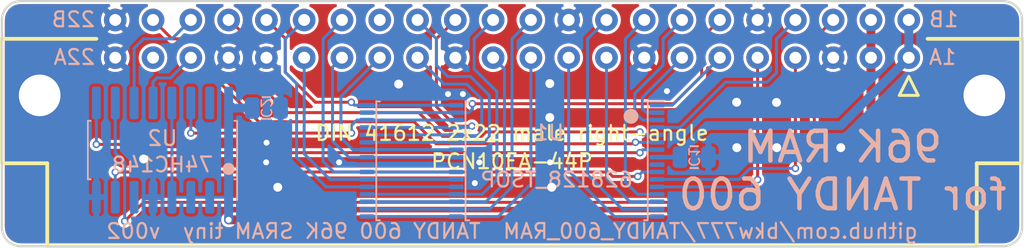
<source format=kicad_pcb>
(kicad_pcb (version 20211014) (generator pcbnew)
  (title_block (title "TANDY 600 96K SRAM tiny") (date "2022-09-19") (rev "002") (company "Brian K. White - b.kenyon.w@gmail.com") (comment 1 "LICENSE: CC-BY-SA 4.0") (comment 2 "github.com/bkw777/TANDY_600_RAM"))
  (layers (0 "F.Cu" signal) (31 "B.Cu" signal) (34 "B.Paste" user) (35 "F.Paste" user) (36 "B.SilkS" user "B.Silkscreen") (37 "F.SilkS" user "F.Silkscreen") (38 "B.Mask" user) (39 "F.Mask" user) (44 "Edge.Cuts" user))
  (net 0 "")
  (net 1 "GND")
  (net 2 "VMEM")
  (net 3 "VCC")
  (net 4 "/A14")
  (net 5 "/A13")
  (net 6 "/A12")
  (net 7 "/A11")
  (net 8 "/A10")
  (net 9 "/A9")
  (net 10 "/A8")
  (net 11 "/A7")
  (net 12 "/A6")
  (net 13 "/A5")
  (net 14 "/A4")
  (net 15 "/A3")
  (net 16 "/A2")
  (net 17 "/A1")
  (net 18 "/A0")
  (net 19 "/D7")
  (net 20 "/D6")
  (net 21 "/D5")
  (net 22 "/D4")
  (net 23 "/D3")
  (net 24 "/D2")
  (net 25 "/D1")
  (net 26 "/D0")
  (net 27 "/~{OE}")
  (net 28 "/~{WE}")
  (net 29 "/CS2")
  (net 30 "/A15")
  (net 31 "/A16")
  (net 32 "/~{CS1}")
  (net 33 "/~{CS1_B}")
  (net 34 "/~{CS1_C}")
  (net 35 "/~{CS1_A}")
  (footprint "000_LOCAL:DIN 41612 2x22 male right-angle" (layer "F.Cu") (at 146.05 97.155)
    (fp_text reference "J1" hide)
    (fp_text value "DIN 41612 2x22 male right-angle" (at 0 6.35) (layer "F.SilkS"))
    (fp_line (start 34.29 8.382) (end 31.242 8.382) (layer "F.SilkS") (width 0.254))
    (fp_line (start -31.242 8.382) (end -34.29 8.382) (layer "F.SilkS") (width 0.254))
    (fp_line (start 34.29 0) (end 34.29 8.382) (layer "F.SilkS") (width 0.254))
    (fp_line (start -31.242 13.97) (end -31.242 8.382) (layer "F.SilkS") (width 0.254))
    (fp_line (start 31.242 13.97) (end 31.242 8.382) (layer "F.SilkS") (width 0.254))
    (fp_line (start -34.29 0) (end -34.29 8.382) (layer "F.SilkS") (width 0.254))
    (fp_line (start 27.305 3.81) (end 26.67 2.54) (layer "F.SilkS") (width 0.2))
    (fp_line (start 31.242 13.97) (end -31.242 13.97) (layer "F.SilkS") (width 0.254))
    (fp_line (start 26.67 2.54) (end 26.035 3.81) (layer "F.SilkS") (width 0.2))
    (fp_line (start -27.94 0) (end -34.29 0) (layer "F.SilkS") (width 0.254))
    (fp_line (start 27.94 0) (end 34.29 0) (layer "F.SilkS") (width 0.254))
    (fp_line (start 26.035 3.81) (end 27.305 3.81) (layer "F.SilkS") (width 0.2))
    (pad "1A" thru_hole circle (at 26.67 1.27) (size 1.524 1.524) (drill 0.8) (layers *.Cu *.Mask) (net 2 "VMEM"))
    (pad "1B" thru_hole circle (at 26.67 -1.27) (size 1.524 1.524) (drill 0.8) (layers *.Cu *.Mask) (net 2 "VMEM"))
    (pad "2A" thru_hole circle (at 24.13 1.27) (size 1.524 1.524) (drill 0.8) (layers *.Cu *.Mask) (net 3 "VCC"))
    (pad "2B" thru_hole circle (at 24.13 -1.27) (size 1.524 1.524) (drill 0.8) (layers *.Cu *.Mask) (net 3 "VCC"))
    (pad "3A" thru_hole circle (at 21.59 1.27) (size 1.524 1.524) (drill 0.8) (layers *.Cu *.Mask) (net 1 "GND"))
    (pad "3B" thru_hole circle (at 21.59 -1.27) (size 1.524 1.524) (drill 0.8) (layers *.Cu *.Mask) (net 35 "/~{CS1_A}"))
    (pad "4A" thru_hole circle (at 19.05 1.27) (size 1.524 1.524) (drill 0.8) (layers *.Cu *.Mask) (net 4 "/A14"))
    (pad "4B" thru_hole circle (at 19.05 -1.27) (size 1.524 1.524) (drill 0.8) (layers *.Cu *.Mask) (net 5 "/A13"))
    (pad "5A" thru_hole circle (at 16.51 1.27) (size 1.524 1.524) (drill 0.8) (layers *.Cu *.Mask) (net 6 "/A12"))
    (pad "5B" thru_hole circle (at 16.51 -1.27) (size 1.524 1.524) (drill 0.8) (layers *.Cu *.Mask) (net 1 "GND"))
    (pad "6A" thru_hole circle (at 13.97 1.27) (size 1.524 1.524) (drill 0.8) (layers *.Cu *.Mask) (net 7 "/A11"))
    (pad "6B" thru_hole circle (at 13.97 -1.27) (size 1.524 1.524) (drill 0.8) (layers *.Cu *.Mask) (net 8 "/A10"))
    (pad "7A" thru_hole circle (at 11.43 1.27) (size 1.524 1.524) (drill 0.8) (layers *.Cu *.Mask) (net 9 "/A9"))
    (pad "7B" thru_hole circle (at 11.43 -1.27) (size 1.524 1.524) (drill 0.8) (layers *.Cu *.Mask) (net 10 "/A8"))
    (pad "8A" thru_hole circle (at 8.89 1.27) (size 1.524 1.524) (drill 0.8) (layers *.Cu *.Mask) (net 1 "GND"))
    (pad "8B" thru_hole circle (at 8.89 -1.27) (size 1.524 1.524) (drill 0.8) (layers *.Cu *.Mask) (net 11 "/A7"))
    (pad "9A" thru_hole circle (at 6.35 1.27) (size 1.524 1.524) (drill 0.8) (layers *.Cu *.Mask) (net 12 "/A6"))
    (pad "9B" thru_hole circle (at 6.35 -1.27) (size 1.524 1.524) (drill 0.8) (layers *.Cu *.Mask) (net 13 "/A5"))
    (pad "10A" thru_hole circle (at 3.81 1.27) (size 1.524 1.524) (drill 0.8) (layers *.Cu *.Mask) (net 14 "/A4"))
    (pad "10B" thru_hole circle (at 3.81 -1.27) (size 1.524 1.524) (drill 0.8) (layers *.Cu *.Mask) (net 1 "GND"))
    (pad "11A" thru_hole circle (at 1.27 1.27) (size 1.524 1.524) (drill 0.8) (layers *.Cu *.Mask) (net 15 "/A3"))
    (pad "11B" thru_hole circle (at 1.27 -1.27) (size 1.524 1.524) (drill 0.8) (layers *.Cu *.Mask) (net 16 "/A2"))
    (pad "12A" thru_hole circle (at -1.27 1.27) (size 1.524 1.524) (drill 0.8) (layers *.Cu *.Mask) (net 17 "/A1"))
    (pad "12B" thru_hole circle (at -1.27 -1.27) (size 1.524 1.524) (drill 0.8) (layers *.Cu *.Mask) (net 18 "/A0"))
    (pad "13A" thru_hole circle (at -3.81 1.27) (size 1.524 1.524) (drill 0.8) (layers *.Cu *.Mask) (net 1 "GND"))
    (pad "13B" thru_hole circle (at -3.81 -1.27) (size 1.524 1.524) (drill 0.8) (layers *.Cu *.Mask) (net 19 "/D7"))
    (pad "14A" thru_hole circle (at -6.35 1.27) (size 1.524 1.524) (drill 0.8) (layers *.Cu *.Mask) (net 20 "/D6"))
    (pad "14B" thru_hole circle (at -6.35 -1.27) (size 1.524 1.524) (drill 0.8) (layers *.Cu *.Mask) (net 21 "/D5"))
    (pad "15A" thru_hole circle (at -8.89 1.27) (size 1.524 1.524) (drill 0.8) (layers *.Cu *.Mask) (net 22 "/D4"))
    (pad "15B" thru_hole circle (at -8.89 -1.27) (size 1.524 1.524) (drill 0.8) (layers *.Cu *.Mask))
    (pad "16A" thru_hole circle (at -11.43 1.27) (size 1.524 1.524) (drill 0.8) (layers *.Cu *.Mask) (net 23 "/D3"))
    (pad "16B" thru_hole circle (at -11.43 -1.27) (size 1.524 1.524) (drill 0.8) (layers *.Cu *.Mask) (net 24 "/D2"))
    (pad "17A" thru_hole circle (at -13.97 1.27) (size 1.524 1.524) (drill 0.8) (layers *.Cu *.Mask) (net 25 "/D1"))
    (pad "17B" thru_hole circle (at -13.97 -1.27) (size 1.524 1.524) (drill 0.8) (layers *.Cu *.Mask) (net 26 "/D0"))
    (pad "18A" thru_hole circle (at -16.51 1.27) (size 1.524 1.524) (drill 0.8) (layers *.Cu *.Mask) (net 1 "GND"))
    (pad "18B" thru_hole circle (at -16.51 -1.27) (size 1.524 1.524) (drill 0.8) (layers *.Cu *.Mask) (net 27 "/~{OE}"))
    (pad "19A" thru_hole circle (at -19.05 1.27) (size 1.524 1.524) (drill 0.8) (layers *.Cu *.Mask) (net 1 "GND"))
    (pad "19B" thru_hole circle (at -19.05 -1.27) (size 1.524 1.524) (drill 0.8) (layers *.Cu *.Mask) (net 28 "/~{WE}"))
    (pad "20A" thru_hole circle (at -21.59 1.27) (size 1.524 1.524) (drill 0.8) (layers *.Cu *.Mask) (net 34 "/~{CS1_C}"))
    (pad "20B" thru_hole circle (at -21.59 -1.27) (size 1.524 1.524) (drill 0.8) (layers *.Cu *.Mask) (net 33 "/~{CS1_B}"))
    (pad "21A" thru_hole circle (at -24.13 1.27) (size 1.524 1.524) (drill 0.8) (layers *.Cu *.Mask))
    (pad "21B" thru_hole circle (at -24.13 -1.27) (size 1.524 1.524) (drill 0.8) (layers *.Cu *.Mask) (net 29 "/CS2"))
    (pad "22A" thru_hole circle (at -26.67 1.27) (size 1.524 1.524) (drill 0.8) (layers *.Cu *.Mask) (net 1 "GND"))
    (pad "22B" thru_hole circle (at -26.67 -1.27) (size 1.524 1.524) (drill 0.8) (layers *.Cu *.Mask) (net 1 "GND"))
    (pad "S1" thru_hole oval (at 31.75 3.81) (size 2.999999 4.500001) (drill 2.799999) (layers *.Cu *.Mask) (net 1 "GND"))
    (pad "S2" thru_hole oval (at -31.75 3.81) (size 2.999999 4.500001) (drill 2.799999) (layers *.Cu *.Mask) (net 1 "GND"))
  )
  (footprint "000_LOCAL:TSOP32-dual" (layer "B.Cu") (at 146.05 105.375 180)
    (fp_text reference "U1" (at -2.492 1.905) (layer "B.SilkS") (effects (justify mirror)))
    (fp_text value "628128_TSOP" (at -3 -1.27) (layer "B.SilkS") (effects (justify mirror)))
    (fp_line (start 3.125 -4) (end 2.875 -4) (layer "B.SilkS") (width 0.12))
    (fp_line (start -10.2 4) (end -8.875 4) (layer "B.SilkS") (width 0.12))
    (fp_line (start 3.125 4) (end 2.875 4) (layer "B.SilkS") (width 0.12))
    (fp_line (start 3.125 -4) (end 3.125 4) (layer "B.SilkS") (width 0.12))
    (fp_line (start 9.125 -4) (end 9.125 4) (layer "B.SilkS") (width 0.12))
    (fp_line (start 9.125 -4) (end 8.875 -4) (layer "B.SilkS") (width 0.12))
    (fp_line (start 9.125 4) (end 8.875 4) (layer "B.SilkS") (width 0.12))
    (fp_line (start -9.125 4) (end -9.125 -4) (layer "B.SilkS") (width 0.12))
    (fp_line (start -9.125 -4) (end -8.875 -4) (layer "B.SilkS") (width 0.12))
    (fp_circle (center -8 3) (end -8 2.75) (layer "B.SilkS") (width 0.5) (fill none))
    (pad "1" smd roundrect (at -9.75 3.75 270) (size 0.3 1) (layers "B.Cu" "B.Paste" "B.Mask") (net 7 "/A11"))
    (pad "2" smd roundrect (at -9.75 3.25 270) (size 0.3 1) (layers "B.Cu" "B.Paste" "B.Mask") (net 9 "/A9"))
    (pad "3" smd roundrect (at -9.75 2.75 270) (size 0.3 1) (layers "B.Cu" "B.Paste" "B.Mask") (net 10 "/A8"))
    (pad "4" smd roundrect (at -9.75 2.25 270) (size 0.3 1) (layers "B.Cu" "B.Paste" "B.Mask") (net 5 "/A13"))
    (pad "5" smd roundrect (at -9.75 1.75 270) (size 0.3 1) (layers "B.Cu" "B.Paste" "B.Mask") (net 28 "/~{WE}"))
    (pad "6" smd roundrect (at -9.75 1.25 270) (size 0.3 1) (layers "B.Cu" "B.Paste" "B.Mask") (net 29 "/CS2"))
    (pad "7" smd roundrect (at -9.75 0.75 270) (size 0.3 1) (layers "B.Cu" "B.Paste" "B.Mask") (net 30 "/A15"))
    (pad "8" smd roundrect (at -9.75 0.25 270) (size 0.3 1) (layers "B.Cu" "B.Paste" "B.Mask") (net 2 "VMEM"))
    (pad "9" smd roundrect (at -9.75 -0.25 270) (size 0.3 1) (layers "B.Cu" "B.Paste" "B.Mask"))
    (pad "10" smd roundrect (at -9.75 -0.75 270) (size 0.3 1) (layers "B.Cu" "B.Paste" "B.Mask") (net 31 "/A16"))
    (pad "11" smd roundrect (at -9.75 -1.25 270) (size 0.3 1) (layers "B.Cu" "B.Paste" "B.Mask") (net 4 "/A14"))
    (pad "12" smd roundrect (at -9.75 -1.75 270) (size 0.3 1) (layers "B.Cu" "B.Paste" "B.Mask") (net 6 "/A12"))
    (pad "13" smd roundrect (at -9.75 -2.25 270) (size 0.3 1) (layers "B.Cu" "B.Paste" "B.Mask") (net 11 "/A7"))
    (pad "14" smd roundrect (at -9.75 -2.75 270) (size 0.3 1) (layers "B.Cu" "B.Paste" "B.Mask") (net 12 "/A6"))
    (pad "15" smd roundrect (at -9.75 -3.25 270) (size 0.3 1) (layers "B.Cu" "B.Paste" "B.Mask") (net 13 "/A5"))
    (pad "16" smd roundrect (at -9.75 -3.75 270) (size 0.3 1) (layers "B.Cu" "B.Paste" "B.Mask") (net 14 "/A4"))
    (pad "17" smd roundrect (at 9.75 -3.75 270) (size 0.3 1) (layers "B.Cu" "B.Paste" "B.Mask") (net 15 "/A3"))
    (pad "17" smd roundrect (at 3.75 -3.75 270) (size 0.3 1) (layers "B.Cu" "B.Paste" "B.Mask") (net 15 "/A3"))
    (pad "18" smd roundrect (at 3.75 -3.25 270) (size 0.3 1) (layers "B.Cu" "B.Paste" "B.Mask") (net 16 "/A2"))
    (pad "18" smd roundrect (at 9.75 -3.25 270) (size 0.3 1) (layers "B.Cu" "B.Paste" "B.Mask") (net 16 "/A2"))
    (pad "19" smd roundrect (at 3.75 -2.75 270) (size 0.3 1) (layers "B.Cu" "B.Paste" "B.Mask") (net 17 "/A1"))
    (pad "19" smd roundrect (at 9.75 -2.75 270) (size 0.3 1) (layers "B.Cu" "B.Paste" "B.Mask") (net 17 "/A1"))
    (pad "20" smd roundrect (at 3.75 -2.25 270) (size 0.3 1) (layers "B.Cu" "B.Paste" "B.Mask") (net 18 "/A0"))
    (pad "20" smd roundrect (at 9.75 -2.25 270) (size 0.3 1) (layers "B.Cu" "B.Paste" "B.Mask") (net 18 "/A0"))
    (pad "21" smd roundrect (at 3.75 -1.75 270) (size 0.3 1) (layers "B.Cu" "B.Paste" "B.Mask") (net 26 "/D0"))
    (pad "21" smd roundrect (at 9.75 -1.75 270) (size 0.3 1) (layers "B.Cu" "B.Paste" "B.Mask") (net 26 "/D0"))
    (pad "22" smd roundrect (at 9.75 -1.25 270) (size 0.3 1) (layers "B.Cu" "B.Paste" "B.Mask") (net 25 "/D1"))
    (pad "22" smd roundrect (at 3.75 -1.25 270) (size 0.3 1) (layers "B.Cu" "B.Paste" "B.Mask") (net 25 "/D1"))
    (pad "23" smd roundrect (at 9.75 -0.75 270) (size 0.3 1) (layers "B.Cu" "B.Paste" "B.Mask") (net 24 "/D2"))
    (pad "23" smd roundrect (at 3.75 -0.75 270) (size 0.3 1) (layers "B.Cu" "B.Paste" "B.Mask") (net 24 "/D2"))
    (pad "24" smd roundrect (at 3.75 -0.25 270) (size 0.3 1) (layers "B.Cu" "B.Paste" "B.Mask") (net 1 "GND"))
    (pad "24" smd roundrect (at 9.75 -0.25 270) (size 0.3 1) (layers "B.Cu" "B.Paste" "B.Mask") (net 1 "GND"))
    (pad "25" smd roundrect (at 3.75 0.25 270) (size 0.3 1) (layers "B.Cu" "B.Paste" "B.Mask") (net 23 "/D3"))
    (pad "25" smd roundrect (at 9.75 0.25 270) (size 0.3 1) (layers "B.Cu" "B.Paste" "B.Mask") (net 23 "/D3"))
    (pad "26" smd roundrect (at 9.75 0.75 270) (size 0.3 1) (layers "B.Cu" "B.Paste" "B.Mask") (net 22 "/D4"))
    (pad "26" smd roundrect (at 3.75 0.75 270) (size 0.3 1) (layers "B.Cu" "B.Paste" "B.Mask") (net 22 "/D4"))
    (pad "27" smd roundrect (at 3.75 1.25 270) (size 0.3 1) (layers "B.Cu" "B.Paste" "B.Mask") (net 21 "/D5"))
    (pad "27" smd roundrect (at 9.75 1.25 270) (size 0.3 1) (layers "B.Cu" "B.Paste" "B.Mask") (net 21 "/D5"))
    (pad "28" smd roundrect (at 9.75 1.75 270) (size 0.3 1) (layers "B.Cu" "B.Paste" "B.Mask") (net 20 "/D6"))
    (pad "28" smd roundrect (at 3.75 1.75 270) (size 0.3 1) (layers "B.Cu" "B.Paste" "B.Mask") (net 20 "/D6"))
    (pad "29" smd roundrect (at 9.75 2.25 270) (size 0.3 1) (layers "B.Cu" "B.Paste" "B.Mask") (net 19 "/D7"))
    (pad "29" smd roundrect (at 3.75 2.25 270) (size 0.3 1) (layers "B.Cu" "B.Paste" "B.Mask") (net 19 "/D7"))
    (pad "30" smd roundrect (at 9.75 2.75 270) (size 0.3 1) (layers "B.Cu" "B.Paste" "B.Mask") (net 32 "/~{CS1}"))
    (pad "30" smd roundrect (at 3.75 2.75 270) (size 0.3 1) (layers "B.Cu" "B.Paste" "B.Mask") (net 32 "/~{CS1}"))
    (pad "31" smd roundrect (at 9.75 3.25 270) (size 0.3 1) (layers "B.Cu" "B.Paste" "B.Mask") (net 8 "/A10"))
    (pad "31" smd roundrect (at 3.75 3.25 270) (size 0.3 1) (layers "B.Cu" "B.Paste" "B.Mask") (net 8 "/A10"))
    (pad "32" smd roundrect (at 9.75 3.75 270) (size 0.3 1) (layers "B.Cu" "B.Paste" "B.Mask") (net 27 "/~{OE}"))
    (pad "32" smd roundrect (at 3.75 3.75 270) (size 0.3 1) (layers "B.Cu" "B.Paste" "B.Mask") (net 27 "/~{OE}"))
  )
  (footprint "000_LOCAL:SOIC-SOP-16" (layer "B.Cu") (at 122.555 104.648 90)
    (fp_text reference "U2" (at 0.797 0 180) (layer "B.SilkS") (effects (justify mirror)))
    (fp_text value "74HC148" (at -0.981 0 180) (layer "B.SilkS") (effects (justify mirror)))
    (fp_line (start 1.9685 -5.0165) (end 1.9685 -4.826) (layer "B.SilkS") (width 0.12))
    (fp_line (start 1.9685 4.826) (end 1.9685 5.0165) (layer "B.SilkS") (width 0.12))
    (fp_line (start -3.3655 5.0165) (end 1.9685 5.0165) (layer "B.SilkS") (width 0.12))
    (fp_line (start -1.9685 -5.0165) (end 1.9685 -5.0165) (layer "B.SilkS") (width 0.12))
    (fp_line (start -1.9685 4.826) (end -1.9685 5.0165) (layer "B.SilkS") (width 0.12))
    (fp_line (start -1.9685 -4.826) (end -1.9685 -5.0165) (layer "B.SilkS") (width 0.12))
    (fp_circle (center -1.27 4.445) (end -1.0668 4.445) (layer "B.SilkS") (width 0.4064) (fill none))
    (pad "1" smd roundrect locked (at -3.175 4.445 90) (size 2.2 0.6) (layers "B.Cu" "B.Paste" "B.Mask") (net 3 "VCC"))
    (pad "2" smd roundrect locked (at -3.1735 3.175 90) (size 2.2 0.6) (layers "B.Cu" "B.Paste" "B.Mask") (net 3 "VCC"))
    (pad "3" smd roundrect locked (at -3.1735 1.905 90) (size 2.2 0.6) (layers "B.Cu" "B.Paste" "B.Mask") (net 3 "VCC"))
    (pad "4" smd roundrect locked (at -3.1735 0.635 90) (size 2.2 0.6) (layers "B.Cu" "B.Paste" "B.Mask") (net 3 "VCC"))
    (pad "5" smd roundrect locked (at -3.1735 -0.635 90) (size 2.2 0.6) (layers "B.Cu" "B.Paste" "B.Mask") (net 1 "GND"))
    (pad "6" smd roundrect locked (at -3.1735 -1.905 90) (size 2.2 0.6) (layers "B.Cu" "B.Paste" "B.Mask"))
    (pad "7" smd roundrect locked (at -3.1735 -3.175 90) (size 2.2 0.6) (layers "B.Cu" "B.Paste" "B.Mask") (net 31 "/A16"))
    (pad "8" smd roundrect locked (at -3.1735 -4.445 90) (size 2.2 0.6) (layers "B.Cu" "B.Paste" "B.Mask") (net 1 "GND"))
    (pad "9" smd roundrect locked (at 3.1735 -4.445 90) (size 2.2 0.6) (layers "B.Cu" "B.Paste" "B.Mask") (net 30 "/A15"))
    (pad "10" smd roundrect locked (at 3.1735 -3.175 90) (size 2.2 0.6) (layers "B.Cu" "B.Paste" "B.Mask") (net 35 "/~{CS1_A}"))
    (pad "11" smd roundrect locked (at 3.1735 -1.905 90) (size 2.2 0.6) (layers "B.Cu" "B.Paste" "B.Mask") (net 33 "/~{CS1_B}"))
    (pad "12" smd roundrect locked (at 3.1735 -0.635 90) (size 2.2 0.6) (layers "B.Cu" "B.Paste" "B.Mask") (net 34 "/~{CS1_C}"))
    (pad "13" smd roundrect locked (at 3.1735 0.635 90) (size 2.2 0.6) (layers "B.Cu" "B.Paste" "B.Mask") (net 3 "VCC"))
    (pad "14" smd roundrect locked (at 3.1735 1.905 90) (size 2.2 0.6) (layers "B.Cu" "B.Paste" "B.Mask") (net 32 "/~{CS1}"))
    (pad "15" smd roundrect locked (at 3.1735 3.175 90) (size 2.2 0.6) (layers "B.Cu" "B.Paste" "B.Mask"))
    (pad "16" smd roundrect locked (at 3.1735 4.445 90) (size 2.2 0.6) (layers "B.Cu" "B.Paste" "B.Mask") (net 3 "VCC"))
  )
  (footprint "000_LOCAL:C_0805" (layer "B.Cu") (at 158.3 105.125)
    (fp_text reference "C1" (at -0.0326 -0.0198 -90 unlocked) (layer "B.SilkS") (effects (font (size 0.7 0.7) (thickness 0.1)) (justify mirror)))
    (fp_text value "0.1uF")
    (fp_line (start -0.261252 0.735) (end 0.261252 0.735) (layer "B.SilkS") (width 0.12))
    (fp_line (start -0.261252 -0.735) (end 0.261252 -0.735) (layer "B.SilkS") (width 0.12))
    (pad "1" smd roundrect (at -0.95 0) (size 1 1.45) (layers "B.Cu" "B.Paste" "B.Mask") (net 2 "VMEM"))
    (pad "2" smd roundrect (at 0.95 0) (size 1 1.45) (layers "B.Cu" "B.Paste" "B.Mask") (net 1 "GND"))
  )
  (footprint "000_LOCAL:C_0805" (layer "B.Cu") (at 129.54 101.819)
    (fp_text reference "C2" (at -0.0254 0 270 unlocked) (layer "B.SilkS") (effects (font (size 0.7 0.7) (thickness 0.1)) (justify mirror)))
    (fp_text value "0.1uF")
    (fp_line (start -0.261252 -0.735) (end 0.261252 -0.735) (layer "B.SilkS") (width 0.12))
    (fp_line (start -0.261252 0.735) (end 0.261252 0.735) (layer "B.SilkS") (width 0.12))
    (pad "1" smd roundrect (at -0.95 0) (size 1 1.45) (layers "B.Cu" "B.Paste" "B.Mask") (net 3 "VCC"))
    (pad "2" smd roundrect (at 0.95 0) (size 1 1.45) (layers "B.Cu" "B.Paste" "B.Mask") (net 1 "GND"))
  )
  (gr_arc (start 179.07 94.615) (mid 179.968026 94.986974) (end 180.34 95.885) (layer "Edge.Cuts") (width 0.15))
  (gr_arc (start 111.76 95.885) (mid 112.131974 94.986974) (end 113.03 94.615) (layer "Edge.Cuts") (width 0.15))
  (gr_line (start 111.76 95.885) (end 111.76 109.855) (layer "Edge.Cuts") (width 0.15))
  (gr_arc (start 113.03 111.125) (mid 112.131974 110.753026) (end 111.76 109.855) (layer "Edge.Cuts") (width 0.15))
  (gr_arc (start 180.34 109.855) (mid 179.968026 110.753026) (end 179.07 111.125) (layer "Edge.Cuts") (width 0.15))
  (gr_line (start 113.03 94.615) (end 179.07 94.615) (layer "Edge.Cuts") (width 0.15))
  (gr_line (start 179.07 111.125) (end 113.03 111.125) (layer "Edge.Cuts") (width 0.15))
  (gr_line (start 180.34 95.885) (end 180.34 109.855) (layer "Edge.Cuts") (width 0.15))
  (gr_text "22B" (at 118.11 95.85) (layer "B.SilkS") (effects (font (size 1 1)) (justify left mirror)))
  (gr_text "22A" (at 118.11 98.39) (layer "B.SilkS") (effects (font (size 1 1)) (justify left mirror)))
  (gr_text "1A" (at 173.99 98.39) (layer "B.SilkS") (effects (font (size 1 1)) (justify right mirror)))
  (gr_text "1B" (at 173.99 95.85) (layer "B.SilkS") (effects (font (size 1 1)) (justify right mirror)))
  (gr_text "${COMMENT2}  ${TITLE}  v${REVISION}" (at 146.05 110.109) (layer "B.SilkS") (effects (font (size 1 1)) (justify mirror)))
  (gr_text "96K RAM\nfor TANDY 600" (at 168.275 106.045) (layer "B.SilkS") (effects (font (size 2 2) (thickness 0.3)) (justify mirror)))
  (gr_text "PCN10EA-44P" (at 146.05 105.41) (layer "F.SilkS") (effects (font (size 1 1))))
  (via (at 142.75 100.875) (size 0.6) (drill 0.4) (layers "F.Cu" "B.Cu") (net 1))
  (via (at 129.525 105.475) (size 0.6) (drill 0.4) (layers "F.Cu" "B.Cu") (net 1))
  (via (at 143.85 105.475) (size 0.6) (drill 0.4) (layers "F.Cu" "B.Cu") (net 1))
  (via (at 138.43 100.203) (size 1) (drill 0.6) (layers "F.Cu" "B.Cu") (net 1))
  (via (at 148.717 107.153) (size 1) (drill 0.6) (layers "F.Cu" "B.Cu") (net 1))
  (via (at 161.15 101.425) (size 1) (drill 0.6) (layers "F.Cu" "B.Cu") (net 1))
  (via (at 141.75 100.875) (size 0.6) (drill 0.4) (layers "F.Cu" "B.Cu") (net 1))
  (via (at 130.302 107.153) (size 1) (drill 0.6) (layers "F.Cu" "B.Cu") (net 1))
  (via (at 168.15 104.486) (size 1) (drill 0.6) (layers "F.Cu" "B.Cu") (net 1))
  (via (at 161.163 104.486) (size 1) (drill 0.6) (layers "F.Cu" "B.Cu") (net 1))
  (via (at 163.85 104.486) (size 1) (drill 0.6) (layers "F.Cu" "B.Cu") (net 1))
  (via (at 163.83 101.438) (size 1) (drill 0.6) (layers "F.Cu" "B.Cu") (net 1))
  (via (at 148.59 102.454) (size 1) (drill 0.6) (layers "F.Cu" "B.Cu") (net 1))
  (via (at 143.55 106.875) (size 0.6) (drill 0.4) (layers "F.Cu" "B.Cu") (net 1))
  (via (at 121.285 105.248) (size 1) (drill 0.6) (layers "F.Cu" "B.Cu") (net 1))
  (via (at 134.425 105.475) (size 0.6) (drill 0.4) (layers "F.Cu" "B.Cu") (net 1))
  (via (at 156.464 100.676) (size 0.6) (drill 0.4) (layers "F.Cu" "B.Cu") (net 1))
  (via (at 148.6 105.475) (size 0.6) (drill 0.4) (layers "F.Cu" "B.Cu") (net 1))
  (via (at 129.55 104.15) (size 0.6) (drill 0.4) (layers "F.Cu" "B.Cu") (net 1))
  (via (at 148.59 100.168) (size 1) (drill 0.6) (layers "F.Cu" "B.Cu") (net 1))
  (segment (start 157.35 104.825) (end 159.178 102.997) (width 0.6) (layer "B.Cu") (net 2))
  (segment (start 155.8 105.125) (end 157.35 105.125) (width 0.3) (layer "B.Cu") (net 2))
  (segment (start 159.178 102.997) (end 168.148 102.997) (width 0.6) (layer "B.Cu") (net 2))
  (segment (start 172.72 95.885) (end 172.72 98.425) (width 0.6) (layer "B.Cu") (net 2))
  (segment (start 168.148 102.997) (end 172.72 98.425) (width 0.6) (layer "B.Cu") (net 2))
  (segment (start 157.35 105.125) (end 157.35 104.825) (width 0.6) (layer "B.Cu") (net 2))
  (segment (start 170.18 106.68) (end 170.18 98.425) (width 0.6) (layer "F.Cu") (net 3))
  (segment (start 167.513 109.347) (end 170.18 106.68) (width 0.6) (layer "F.Cu") (net 3))
  (segment (start 127 109.347) (end 167.513 109.347) (width 0.6) (layer "F.Cu") (net 3))
  (segment (start 170.18 95.885) (end 170.18 98.425) (width 0.6) (layer "F.Cu") (net 3))
  (via (at 127 109.347) (size 0.6) (drill 0.4) (layers "F.Cu" "B.Cu") (net 3))
  (segment (start 126.9985 107.8215) (end 123.19 107.8215) (width 0.2) (layer "B.Cu") (net 3))
  (segment (start 127 101.819) (end 127 109.347) (width 0.6) (layer "B.Cu") (net 3))
  (segment (start 127 107.823) (end 126.9985 107.8215) (width 0.2) (layer "B.Cu") (net 3))
  (segment (start 128.59 101.819) (end 127 101.819) (width 0.6) (layer "B.Cu") (net 3))
  (segment (start 123.19 107.8215) (end 123.19 101.9825) (width 0.2) (layer "B.Cu") (net 3))
  (segment (start 165.1 105.883) (end 165.1 98.425) (width 0.2) (layer "F.Cu") (net 4))
  (via (at 165.1 105.883) (size 0.5) (drill 0.3) (layers "F.Cu" "B.Cu") (net 4))
  (segment (start 165.1 105.883) (end 162.052 105.883) (width 0.2) (layer "B.Cu") (net 4))
  (segment (start 161.31 106.625) (end 155.8 106.625) (width 0.2) (layer "B.Cu") (net 4))
  (segment (start 162.052 105.883) (end 161.31 106.625) (width 0.2) (layer "B.Cu") (net 4))
  (segment (start 155.8 103.125) (end 157.352 103.125) (width 0.2) (layer "B.Cu") (net 5))
  (segment (start 163.195 100.076) (end 163.83 99.441) (width 0.2) (layer "B.Cu") (net 5))
  (segment (start 157.352 103.125) (end 160.401 100.076) (width 0.2) (layer "B.Cu") (net 5))
  (segment (start 160.401 100.076) (end 163.195 100.076) (width 0.2) (layer "B.Cu") (net 5))
  (segment (start 163.83 99.441) (end 163.83 97.155) (width 0.2) (layer "B.Cu") (net 5))
  (segment (start 163.83 97.155) (end 165.1 95.885) (width 0.2) (layer "B.Cu") (net 5))
  (segment (start 162.56 106.645) (end 162.56 98.425) (width 0.2) (layer "F.Cu") (net 6))
  (via (at 162.56 106.645) (size 0.5) (drill 0.3) (layers "F.Cu" "B.Cu") (net 6))
  (segment (start 162.08 107.125) (end 155.8 107.125) (width 0.2) (layer "B.Cu") (net 6))
  (segment (start 162.56 106.645) (end 162.08 107.125) (width 0.2) (layer "B.Cu") (net 6))
  (segment (start 160.02 98.425) (end 156.82 101.625) (width 0.2) (layer "B.Cu") (net 7))
  (segment (start 156.82 101.625) (end 155.8 101.625) (width 0.2) (layer "B.Cu") (net 7))
  (segment (start 143.383 101.525) (end 156.92 101.525) (width 0.2) (layer "F.Cu") (net 8))
  (segment (start 156.92 101.525) (end 158.8 99.645) (width 0.2) (layer "F.Cu") (net 8))
  (segment (start 158.8 97.105) (end 160.02 95.885) (width 0.2) (layer "F.Cu") (net 8))
  (segment (start 158.8 99.645) (end 158.8 97.105) (width 0.2) (layer "F.Cu") (net 8))
  (via (at 143.383 101.525) (size 0.5) (drill 0.3) (layers "F.Cu" "B.Cu") (net 8))
  (segment (start 136.3 102.125) (end 142.3 102.125) (width 0.2) (layer "B.Cu") (net 8))
  (segment (start 143.15 102.125) (end 142.3 102.125) (width 0.2) (layer "B.Cu") (net 8))
  (segment (start 143.383 101.892) (end 143.15 102.125) (width 0.2) (layer "B.Cu") (net 8))
  (segment (start 143.383 101.525) (end 143.383 101.892) (width 0.2) (layer "B.Cu") (net 8))
  (segment (start 154.813 101.092) (end 154.813 101.854) (width 0.2) (layer "B.Cu") (net 9))
  (segment (start 157.48 98.425) (end 154.813 101.092) (width 0.2) (layer "B.Cu") (net 9))
  (segment (start 155.084 102.125) (end 155.8 102.125) (width 0.2) (layer "B.Cu") (net 9))
  (segment (start 154.813 101.854) (end 155.084 102.125) (width 0.2) (layer "B.Cu") (net 9))
  (segment (start 154.305 100.838) (end 156.21 98.933) (width 0.2) (layer "B.Cu") (net 10))
  (segment (start 154.305 102.108) (end 154.305 100.838) (width 0.2) (layer "B.Cu") (net 10))
  (segment (start 156.21 97.155) (end 157.48 95.885) (width 0.2) (layer "B.Cu") (net 10))
  (segment (start 155.8 102.625) (end 154.822 102.625) (width 0.2) (layer "B.Cu") (net 10))
  (segment (start 154.822 102.625) (end 154.305 102.108) (width 0.2) (layer "B.Cu") (net 10))
  (segment (start 156.21 98.933) (end 156.21 97.155) (width 0.2) (layer "B.Cu") (net 10))
  (segment (start 153.67 106.807) (end 153.67 97.155) (width 0.2) (layer "B.Cu") (net 11))
  (segment (start 154.488 107.625) (end 153.67 106.807) (width 0.2) (layer "B.Cu") (net 11))
  (segment (start 153.67 97.155) (end 154.94 95.885) (width 0.2) (layer "B.Cu") (net 11))
  (segment (start 155.8 107.625) (end 154.488 107.625) (width 0.2) (layer "B.Cu") (net 11))
  (segment (start 152.4 106.553) (end 153.972 108.125) (width 0.2) (layer "B.Cu") (net 12))
  (segment (start 152.4 98.425) (end 152.4 106.553) (width 0.2) (layer "B.Cu") (net 12))
  (segment (start 153.972 108.125) (end 155.8 108.125) (width 0.2) (layer "B.Cu") (net 12))
  (segment (start 155.8 108.625) (end 153.456 108.625) (width 0.2) (layer "B.Cu") (net 13))
  (segment (start 153.456 108.625) (end 151.13 106.299) (width 0.2) (layer "B.Cu") (net 13))
  (segment (start 151.13 106.299) (end 151.13 97.155) (width 0.2) (layer "B.Cu") (net 13))
  (segment (start 151.13 97.155) (end 152.4 95.885) (width 0.2) (layer "B.Cu") (net 13))
  (segment (start 149.86 98.425) (end 149.86 106.045) (width 0.2) (layer "B.Cu") (net 14))
  (segment (start 152.94 109.125) (end 155.8 109.125) (width 0.2) (layer "B.Cu") (net 14))
  (segment (start 149.86 106.045) (end 152.94 109.125) (width 0.2) (layer "B.Cu") (net 14))
  (segment (start 145.129 109.125) (end 142.3 109.125) (width 0.2) (layer "B.Cu") (net 15))
  (segment (start 136.3 109.125) (end 142.3 109.125) (width 0.2) (layer "B.Cu") (net 15))
  (segment (start 147.32 106.934) (end 145.129 109.125) (width 0.2) (layer "B.Cu") (net 15))
  (segment (start 147.32 98.425) (end 147.32 106.934) (width 0.2) (layer "B.Cu") (net 15))
  (segment (start 146.05 97.155) (end 147.32 95.885) (width 0.2) (layer "B.Cu") (net 16))
  (segment (start 142.3 108.625) (end 144.55 108.625) (width 0.2) (layer "B.Cu") (net 16))
  (segment (start 144.55 108.625) (end 146.05 107.125) (width 0.2) (layer "B.Cu") (net 16))
  (segment (start 146.05 107.125) (end 146.05 97.155) (width 0.2) (layer "B.Cu") (net 16))
  (segment (start 136.3 108.625) (end 142.3 108.625) (width 0.2) (layer "B.Cu") (net 16))
  (segment (start 145.542 99.187) (end 145.542 106.883) (width 0.2) (layer "B.Cu") (net 17))
  (segment (start 144.3 108.125) (end 142.3 108.125) (width 0.2) (layer "B.Cu") (net 17))
  (segment (start 136.3 108.125) (end 142.3 108.125) (width 0.2) (layer "B.Cu") (net 17))
  (segment (start 145.542 106.883) (end 144.3 108.125) (width 0.2) (layer "B.Cu") (net 17))
  (segment (start 144.78 98.425) (end 145.542 99.187) (width 0.2) (layer "B.Cu") (net 17))
  (segment (start 142.3 107.625) (end 144.05 107.625) (width 0.2) (layer "B.Cu") (net 18))
  (segment (start 143.51 97.155) (end 144.78 95.885) (width 0.2) (layer "B.Cu") (net 18))
  (segment (start 145.034 106.641) (end 145.034 100.711) (width 0.2) (layer "B.Cu") (net 18))
  (segment (start 144.05 107.625) (end 145.034 106.641) (width 0.2) (layer "B.Cu") (net 18))
  (segment (start 143.51 99.187) (end 143.51 97.155) (width 0.2) (layer "B.Cu") (net 18))
  (segment (start 145.034 100.711) (end 143.51 99.187) (width 0.2) (layer "B.Cu") (net 18))
  (segment (start 136.3 107.625) (end 142.3 107.625) (width 0.2) (layer "B.Cu") (net 18))
  (segment (start 143.35 103.035) (end 142.278 103.035) (width 0.2) (layer "F.Cu") (net 19))
  (segment (start 142.278 103.035) (end 140.97 101.727) (width 0.2) (layer "F.Cu") (net 19))
  (segment (start 140.97 101.727) (end 140.97 97.155) (width 0.2) (layer "F.Cu") (net 19))
  (segment (start 140.97 97.155) (end 142.24 95.885) (width 0.2) (layer "F.Cu") (net 19))
  (via (at 143.35 103.035) (size 0.5) (drill 0.3) (layers "F.Cu" "B.Cu") (net 19))
  (segment (start 136.3 103.125) (end 142.3 103.125) (width 0.2) (layer "B.Cu") (net 19))
  (segment (start 143.26 103.125) (end 142.3 103.125) (width 0.2) (layer "B.Cu") (net 19))
  (segment (start 143.35 103.035) (end 143.26 103.125) (width 0.2) (layer "B.Cu") (net 19))
  (segment (start 143.002 100.203) (end 144.018 101.219) (width 0.2) (layer "B.Cu") (net 20))
  (segment (start 143.721 103.675) (end 142.35 103.675) (width 0.2) (layer "B.Cu") (net 20))
  (segment (start 141.478 100.203) (end 143.002 100.203) (width 0.2) (layer "B.Cu") (net 20))
  (segment (start 139.7 98.425) (end 141.478 100.203) (width 0.2) (layer "B.Cu") (net 20))
  (segment (start 144.018 101.219) (end 144.018 103.378) (width 0.2) (layer "B.Cu") (net 20))
  (segment (start 136.3 103.625) (end 142.3 103.625) (width 0.2) (layer "B.Cu") (net 20))
  (segment (start 144.018 103.378) (end 143.721 103.675) (width 0.2) (layer "B.Cu") (net 20))
  (segment (start 142.35 103.675) (end 142.3 103.625) (width 0.2) (layer "B.Cu") (net 20))
  (segment (start 144.526 100.965) (end 143.256 99.695) (width 0.2) (layer "B.Cu") (net 21))
  (segment (start 136.3 104.125) (end 142.3 104.125) (width 0.2) (layer "B.Cu") (net 21))
  (segment (start 144.526 103.759) (end 144.526 100.965) (width 0.2) (layer "B.Cu") (net 21))
  (segment (start 143.256 99.695) (end 141.732 99.695) (width 0.2) (layer "B.Cu") (net 21))
  (segment (start 142.3 104.125) (end 144.16 104.125) (width 0.2) (layer "B.Cu") (net 21))
  (segment (start 140.97 97.155) (end 139.7 95.885) (width 0.2) (layer "B.Cu") (net 21))
  (segment (start 144.16 104.125) (end 144.526 103.759) (width 0.2) (layer "B.Cu") (net 21))
  (segment (start 141.732 99.695) (end 140.97 98.933) (width 0.2) (layer "B.Cu") (net 21))
  (segment (start 140.97 98.933) (end 140.97 97.155) (width 0.2) (layer "B.Cu") (net 21))
  (segment (start 137.16 98.425) (end 134.55 101.035) (width 0.2) (layer "B.Cu") (net 22))
  (segment (start 135.359 104.625) (end 136.3 104.625) (width 0.2) (layer "B.Cu") (net 22))
  (segment (start 134.55 101.035) (end 134.55 103.816) (width 0.2) (layer "B.Cu") (net 22))
  (segment (start 134.55 103.816) (end 135.359 104.625) (width 0.2) (layer "B.Cu") (net 22))
  (segment (start 136.3 104.625) (end 142.3 104.625) (width 0.2) (layer "B.Cu") (net 22))
  (segment (start 136.3 105.125) (end 142.3 105.125) (width 0.2) (layer "B.Cu") (net 23))
  (segment (start 133.985 104.0385) (end 135.0715 105.125) (width 0.2) (layer "B.Cu") (net 23))
  (segment (start 134.62 98.425) (end 133.985 99.06) (width 0.2) (layer "B.Cu") (net 23))
  (segment (start 133.985 99.06) (end 133.985 104.0385) (width 0.2) (layer "B.Cu") (net 23))
  (segment (start 135.0715 105.125) (end 136.3 105.125) (width 0.2) (layer "B.Cu") (net 23))
  (segment (start 136.3 106.125) (end 134.065 106.125) (width 0.2) (layer "B.Cu") (net 24))
  (segment (start 136.3 106.125) (end 142.3 106.125) (width 0.2) (layer "B.Cu") (net 24))
  (segment (start 133.35 105.41) (end 133.35 97.155) (width 0.2) (layer "B.Cu") (net 24))
  (segment (start 133.35 97.155) (end 134.62 95.885) (width 0.2) (layer "B.Cu") (net 24))
  (segment (start 134.065 106.125) (end 133.35 105.41) (width 0.2) (layer "B.Cu") (net 24))
  (segment (start 136.3 106.625) (end 142.3 106.625) (width 0.2) (layer "B.Cu") (net 25))
  (segment (start 132.08 98.425) (end 132.08 104.902) (width 0.2) (layer "B.Cu") (net 25))
  (segment (start 132.08 104.902) (end 133.803 106.625) (width 0.2) (layer "B.Cu") (net 25))
  (segment (start 133.803 106.625) (end 136.3 106.625) (width 0.2) (layer "B.Cu") (net 25))
  (segment (start 136.3 107.125) (end 142.3 107.125) (width 0.2) (layer "B.Cu") (net 26))
  (segment (start 130.81 97.155) (end 132.08 95.885) (width 0.2) (layer "B.Cu") (net 26))
  (segment (start 136.3 107.125) (end 133.541 107.125) (width 0.2) (layer "B.Cu") (net 26))
  (segment (start 130.81 99.406) (end 130.81 97.155) (width 0.2) (layer "B.Cu") (net 26))
  (segment (start 131.572 100.168) (end 130.81 99.406) (width 0.2) (layer "B.Cu") (net 26))
  (segment (start 133.541 107.125) (end 131.572 105.156) (width 0.2) (layer "B.Cu") (net 26))
  (segment (start 131.572 105.156) (end 131.572 100.168) (width 0.2) (layer "B.Cu") (net 26))
  (segment (start 129.56 95.885) (end 129.54 95.885) (width 0.2) (layer "F.Cu") (net 27))
  (segment (start 135.25 101.425) (end 132.829 101.425) (width 0.2) (layer "F.Cu") (net 27))
  (segment (start 130.81 99.406) (end 130.81 97.135) (width 0.2) (layer "F.Cu") (net 27))
  (segment (start 130.81 97.135) (end 129.56 95.885) (width 0.2) (layer "F.Cu") (net 27))
  (segment (start 132.829 101.425) (end 130.81 99.406) (width 0.2) (layer "F.Cu") (net 27))
  (via (at 135.25 101.425) (size 0.5) (drill 0.3) (layers "F.Cu" "B.Cu") (net 27))
  (segment (start 135.45 101.625) (end 136.3 101.625) (width 0.2) (layer "B.Cu") (net 27))
  (segment (start 135.25 101.425) (end 135.45 101.625) (width 0.2) (layer "B.Cu") (net 27))
  (segment (start 136.3 101.625) (end 142.3 101.625) (width 0.2) (layer "B.Cu") (net 27))
  (segment (start 127.06 95.885) (end 127 95.885) (width 0.2) (layer "F.Cu") (net 28))
  (segment (start 139.783 102.125) (end 130.954 102.125) (width 0.2) (layer "F.Cu") (net 28))
  (segment (start 154.65 103.425) (end 144.3 103.425) (width 0.2) (layer "F.Cu") (net 28))
  (segment (start 128.3 97.125) (end 127.06 95.885) (width 0.2) (layer "F.Cu") (net 28))
  (segment (start 144 103.725) (end 141.383 103.725) (width 0.2) (layer "F.Cu") (net 28))
  (segment (start 141.383 103.725) (end 139.783 102.125) (width 0.2) (layer "F.Cu") (net 28))
  (segment (start 130.954 102.125) (end 128.3 99.471) (width 0.2) (layer "F.Cu") (net 28))
  (segment (start 128.3 99.471) (end 128.3 97.125) (width 0.2) (layer "F.Cu") (net 28))
  (segment (start 144.3 103.425) (end 144 103.725) (width 0.2) (layer "F.Cu") (net 28))
  (via (at 154.65 103.425) (size 0.5) (drill 0.3) (layers "F.Cu" "B.Cu") (net 28))
  (segment (start 154.85 103.625) (end 155.8 103.625) (width 0.2) (layer "B.Cu") (net 28))
  (segment (start 154.65 103.425) (end 154.85 103.625) (width 0.2) (layer "B.Cu") (net 28))
  (segment (start 139.468 102.743) (end 140.95 104.225) (width 0.2) (layer "F.Cu") (net 29))
  (segment (start 123.19 97.155) (end 125.095 97.155) (width 0.2) (layer "F.Cu") (net 29))
  (segment (start 125.73 97.79) (end 125.73 99.441) (width 0.2) (layer "F.Cu") (net 29))
  (segment (start 121.92 95.885) (end 123.19 97.155) (width 0.2) (layer "F.Cu") (net 29))
  (segment (start 129.032 102.743) (end 139.468 102.743) (width 0.2) (layer "F.Cu") (net 29))
  (segment (start 125.73 99.441) (end 129.032 102.743) (width 0.2) (layer "F.Cu") (net 29))
  (segment (start 140.95 104.225) (end 154.25 104.225) (width 0.2) (layer "F.Cu") (net 29))
  (segment (start 125.095 97.155) (end 125.73 97.79) (width 0.2) (layer "F.Cu") (net 29))
  (segment (start 154.25 104.225) (end 154.35 104.125) (width 0.2) (layer "F.Cu") (net 29))
  (via (at 154.35 104.125) (size 0.5) (drill 0.3) (layers "F.Cu" "B.Cu") (net 29))
  (segment (start 155.8 104.125) (end 154.35 104.125) (width 0.2) (layer "B.Cu") (net 29))
  (segment (start 122.767 104.825) (end 154.65 104.825) (width 0.2) (layer "F.Cu") (net 30))
  (segment (start 122.209 104.267) (end 122.767 104.825) (width 0.2) (layer "F.Cu") (net 30))
  (segment (start 118.11 104.267) (end 122.209 104.267) (width 0.2) (layer "F.Cu") (net 30))
  (via (at 118.11 104.267) (size 0.5) (drill 0.3) (layers "F.Cu" "B.Cu") (net 30))
  (via (at 154.65 104.825) (size 0.5) (drill 0.3) (layers "F.Cu" "B.Cu") (net 30))
  (segment (start 154.65 104.825) (end 154.85 104.625) (width 0.2) (layer "B.Cu") (net 30))
  (segment (start 118.11 101.9825) (end 118.11 104.267) (width 0.2) (layer "B.Cu") (net 30))
  (segment (start 154.85 104.625) (end 155.8 104.625) (width 0.2) (layer "B.Cu") (net 30))
  (segment (start 119.38 106.137) (end 119.392 106.125) (width 0.2) (layer "F.Cu") (net 31))
  (segment (start 119.392 106.125) (end 152.515 106.125) (width 0.2) (layer "F.Cu") (net 31))
  (segment (start 152.815 106.425) (end 154.5 106.425) (width 0.2) (layer "F.Cu") (net 31))
  (segment (start 152.515 106.125) (end 152.815 106.425) (width 0.2) (layer "F.Cu") (net 31))
  (via (at 119.38 106.137) (size 0.5) (drill 0.3) (layers "F.Cu" "B.Cu") (net 31))
  (via (at 154.5 106.425) (size 0.5) (drill 0.3) (layers "F.Cu" "B.Cu") (net 31))
  (segment (start 154.5 106.425) (end 154.8 106.125) (width 0.2) (layer "B.Cu") (net 31))
  (segment (start 119.38 106.137) (end 119.38 107.3135) (width 0.2) (layer "B.Cu") (net 31))
  (segment (start 154.8 106.125) (end 155.8 106.125) (width 0.2) (layer "B.Cu") (net 31))
  (segment (start 135.255 103.505) (end 124.46 103.505) (width 0.2) (layer "F.Cu") (net 32))
  (via (at 135.255 103.505) (size 0.5) (drill 0.3) (layers "F.Cu" "B.Cu") (net 32))
  (via (at 124.46 103.505) (size 0.5) (drill 0.3) (layers "F.Cu" "B.Cu") (net 32))
  (segment (start 135.255 102.997) (end 135.627 102.625) (width 0.2) (layer "B.Cu") (net 32))
  (segment (start 136.3 102.625) (end 142.3 102.625) (width 0.2) (layer "B.Cu") (net 32))
  (segment (start 135.255 103.505) (end 135.255 102.997) (width 0.2) (layer "B.Cu") (net 32))
  (segment (start 135.627 102.625) (end 136.3 102.625) (width 0.2) (layer "B.Cu") (net 32))
  (segment (start 124.46 101.9825) (end 124.46 103.505) (width 0.2) (layer "B.Cu") (net 32))
  (segment (start 120.65 97.79) (end 121.285 97.155) (width 0.2) (layer "B.Cu") (net 33))
  (segment (start 123.19 97.155) (end 124.46 95.885) (width 0.2) (layer "B.Cu") (net 33))
  (segment (start 121.285 97.155) (end 123.19 97.155) (width 0.2) (layer "B.Cu") (net 33))
  (segment (start 120.65 101.9825) (end 120.65 97.79) (width 0.2) (layer "B.Cu") (net 33))
  (segment (start 123.098 99.787) (end 124.46 98.425) (width 0.2) (layer "B.Cu") (net 34))
  (segment (start 122.174 99.787) (end 123.098 99.787) (width 0.2) (layer "B.Cu") (net 34))
  (segment (start 121.92 100.041) (end 122.174 99.787) (width 0.2) (layer "B.Cu") (net 34))
  (segment (start 121.92 101.9825) (end 121.92 100.041) (width 0.2) (layer "B.Cu") (net 34))
  (segment (start 166.37 97.155) (end 167.64 95.885) (width 0.2) (layer "F.Cu") (net 35))
  (segment (start 166.37 107.188) (end 166.37 97.155) (width 0.2) (layer "F.Cu") (net 35))
  (segment (start 121.285 108.169) (end 165.389 108.169) (width 0.2) (layer "F.Cu") (net 35))
  (segment (start 165.389 108.169) (end 166.37 107.188) (width 0.2) (layer "F.Cu") (net 35))
  (segment (start 120.015 109.439) (end 121.285 108.169) (width 0.2) (layer "F.Cu") (net 35))
  (via (at 120.015 109.439) (size 0.5) (drill 0.3) (layers "F.Cu" "B.Cu") (net 35))
  (segment (start 119.38 104.8416) (end 119.38 101.9825) (width 0.2) (layer "B.Cu") (net 35))
  (segment (start 120.015 109.439) (end 120.015 105.4766) (width 0.2) (layer "B.Cu") (net 35))
  (segment (start 120.015 105.4766) (end 119.38 104.8416) (width 0.2) (layer "B.Cu") (net 35))
  (zone (net 1) (net_name "GND") (layer "F.Cu") (connect_pads (clearance 0.2)) (min_thickness 0.2) (fill yes (thermal_gap 0.2) (thermal_bridge_width 0.4) (smoothing fillet) (radius 0.1))
    (polygon (pts (xy 146.05 111.125) (xy 180.34 111.125) (xy 180.34 94.615) (xy 111.76 94.615) (xy 111.76 111.125)))
  )
  (zone (net 1) (net_name "GND") (layer "B.Cu") (connect_pads (clearance 0.2)) (min_thickness 0.2) (fill yes (thermal_gap 0.2) (thermal_bridge_width 0.4) (smoothing fillet) (radius 0.1))
    (polygon (pts (xy 146.05 111.125) (xy 180.34 111.125) (xy 180.34 94.615) (xy 111.76 94.615) (xy 111.76 111.125)))
  )
)
</source>
